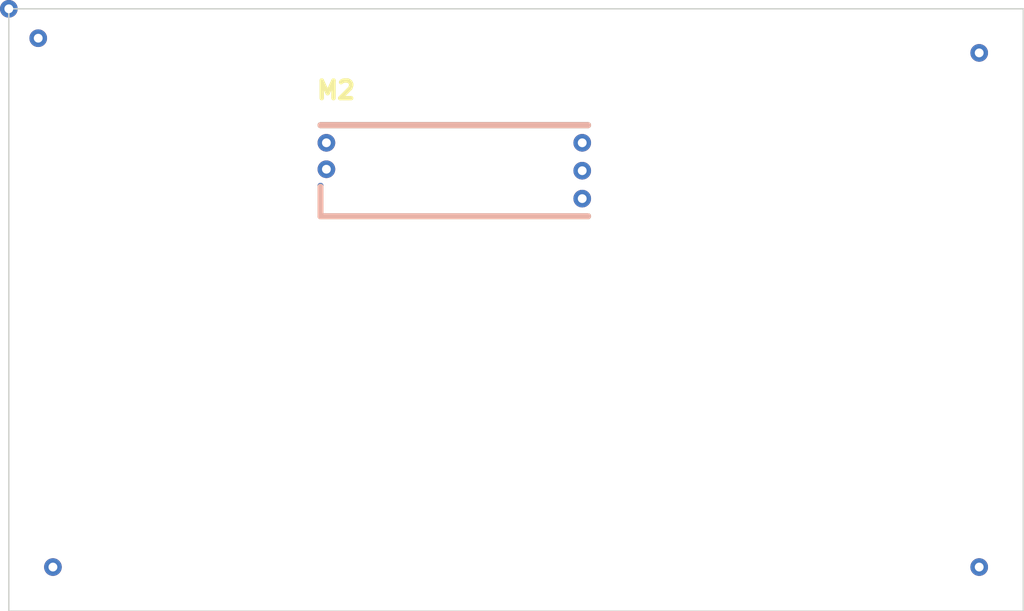
<source format=kicad_pcb>
(kicad_pcb (version 20240108) (generator "pcbnew") (generator_version "8.0")
  (layers (0 "F.Cu" signal) (31 "B.Cu" signal) (34 "B.Paste" user) (35 "F.Paste" user) (36 "B.SilkS" user "B.Silkscreen") (37 "F.SilkS" user "F.Silkscreen") (38 "B.Mask" user) (39 "F.Mask" user) (44 "Edge.Cuts" user))
  (net 0 "")
  (footprint "hellen-one-knock-0.2:knock" (layer "F.Cu") (at 10.5 7.200002)
    (property "Reference" "M2" (at -0.0998 -4.0382 0) (layer "F.SilkS") (effects (font (size 0.6 0.6) (thickness 0.254)) (justify left bottom)))
    (property "Value" "Module-knock-0.2" (hide yes))
    (fp_line (start 0.1 -3.200003) (end 9.2 -3.200003) (stroke (width 0.2)) (layer "B.SilkS"))
    (fp_line (start 0.1 -0.1) (end 0.1 -1.100002) (stroke (width 0.2)) (layer "B.SilkS"))
    (fp_line (start 0.1 -0.1) (end 9.2 -0.1) (stroke (width 0.2)) (layer "B.SilkS"))
    (fp_line (start 0.1 -3.200003) (end 9.2 -3.200003) (stroke (width 0.2)) (layer "F.SilkS"))
    (fp_line (start 0.1 -0.1) (end 0.1 -1.100002) (stroke (width 0.2)) (layer "F.SilkS"))
    (fp_line (start 0.1 -0.1) (end 9.2 -0.1) (stroke (width 0.2)) (layer "F.SilkS"))
    (pad "E1" thru_hole circle (at 9 -2.6 180) (size 0.6 0.6) (drill 0.3) (layers "*.Cu" "*.Mask" "In1.Cu" "In2.Cu" "In3.Cu" "In4.Cu" "In5.Cu" "In6.Cu" "In7.Cu" "In8.Cu" "In9.Cu" "In10.Cu" "In11.Cu" "In12.Cu" "In13.Cu" "In14.Cu" "In15.Cu" "In16.Cu" "In17.Cu" "In18.Cu" "In19.Cu" "In20.Cu" "In21.Cu" "In22.Cu" "In23.Cu" "In24.Cu" "In25.Cu" "In26.Cu" "In27.Cu" "In28.Cu" "In29.Cu" "In30.Cu"))
    (pad "E2" smd oval (at 0.1 -0.625 180) (size 0.2 1.225) (layers "F.Cu" "F.Paste" "F.Mask"))
    (pad "E2" smd oval (at 0.1 -0.625 180) (size 0.2 1.225) (layers "B.Cu" "B.Paste" "B.Mask"))
    (pad "E2" smd oval (at 4.65 -3.2 90) (size 0.2 9.3) (layers "F.Cu" "F.Paste" "F.Mask"))
    (pad "E2" smd oval (at 4.65 -3.2 90) (size 0.2 9.3) (layers "B.Cu" "B.Paste" "B.Mask"))
    (pad "E2" smd oval (at 4.65 -0.1 270) (size 0.2 9.3) (layers "F.Cu" "F.Paste" "F.Mask"))
    (pad "E2" smd oval (at 4.65 -0.1 270) (size 0.2 9.3) (layers "B.Cu" "B.Paste" "B.Mask"))
    (pad "E2" thru_hole circle (at 9 -1.65 180) (size 0.6 0.6) (drill 0.3) (layers "*.Cu" "*.Mask" "In1.Cu" "In2.Cu" "In3.Cu" "In4.Cu" "In5.Cu" "In6.Cu" "In7.Cu" "In8.Cu" "In9.Cu" "In10.Cu" "In11.Cu" "In12.Cu" "In13.Cu" "In14.Cu" "In15.Cu" "In16.Cu" "In17.Cu" "In18.Cu" "In19.Cu" "In20.Cu" "In21.Cu" "In22.Cu" "In23.Cu" "In24.Cu" "In25.Cu" "In26.Cu" "In27.Cu" "In28.Cu" "In29.Cu" "In30.Cu"))
    (pad "E3" thru_hole circle (at 9 -0.700002 180) (size 0.6 0.6) (drill 0.3) (layers "*.Cu" "*.Mask" "In1.Cu" "In2.Cu" "In3.Cu" "In4.Cu" "In5.Cu" "In6.Cu" "In7.Cu" "In8.Cu" "In9.Cu" "In10.Cu" "In11.Cu" "In12.Cu" "In13.Cu" "In14.Cu" "In15.Cu" "In16.Cu" "In17.Cu" "In18.Cu" "In19.Cu" "In20.Cu" "In21.Cu" "In22.Cu" "In23.Cu" "In24.Cu" "In25.Cu" "In26.Cu" "In27.Cu" "In28.Cu" "In29.Cu" "In30.Cu"))
    (pad "W1" thru_hole circle (at 0.3 -1.7) (size 0.6 0.6) (drill 0.3) (layers "*.Cu" "*.Mask" "In1.Cu" "In2.Cu" "In3.Cu" "In4.Cu" "In5.Cu" "In6.Cu" "In7.Cu" "In8.Cu" "In9.Cu" "In10.Cu" "In11.Cu" "In12.Cu" "In13.Cu" "In14.Cu" "In15.Cu" "In16.Cu" "In17.Cu" "In18.Cu" "In19.Cu" "In20.Cu" "In21.Cu" "In22.Cu" "In23.Cu" "In24.Cu" "In25.Cu" "In26.Cu" "In27.Cu" "In28.Cu" "In29.Cu" "In30.Cu"))
    (pad "W2" thru_hole circle (at 0.3 -2.6) (size 0.6 0.6) (drill 0.3) (layers "*.Cu" "*.Mask" "In1.Cu" "In2.Cu" "In3.Cu" "In4.Cu" "In5.Cu" "In6.Cu" "In7.Cu" "In8.Cu" "In9.Cu" "In10.Cu" "In11.Cu" "In12.Cu" "In13.Cu" "In14.Cu" "In15.Cu" "In16.Cu" "In17.Cu" "In18.Cu" "In19.Cu" "In20.Cu" "In21.Cu" "In22.Cu" "In23.Cu" "In24.Cu" "In25.Cu" "In26.Cu" "In27.Cu" "In28.Cu" "In29.Cu" "In30.Cu"))
  )
  (gr_rect (start 0 0.04) (end 34.5 20.54) (stroke (width 0.05)) (fill none) (layer "Edge.Cuts"))
  (via (at 1 1.04) (size 0.6) (drill 0.3) (layers "F.Cu" "B.Cu") (net 0))
  (via (at 0 0.04) (size 0.6) (drill 0.3) (layers "F.Cu" "B.Cu") (net 0))
  (via (at 1.5 19.04) (size 0.6) (drill 0.3) (layers "F.Cu" "B.Cu") (net 0))
  (via (at 33 19.04) (size 0.6) (drill 0.3) (layers "F.Cu" "B.Cu") (net 0))
  (via (at 33 1.54) (size 0.6) (drill 0.3) (layers "F.Cu" "B.Cu") (net 0))
)
</source>
